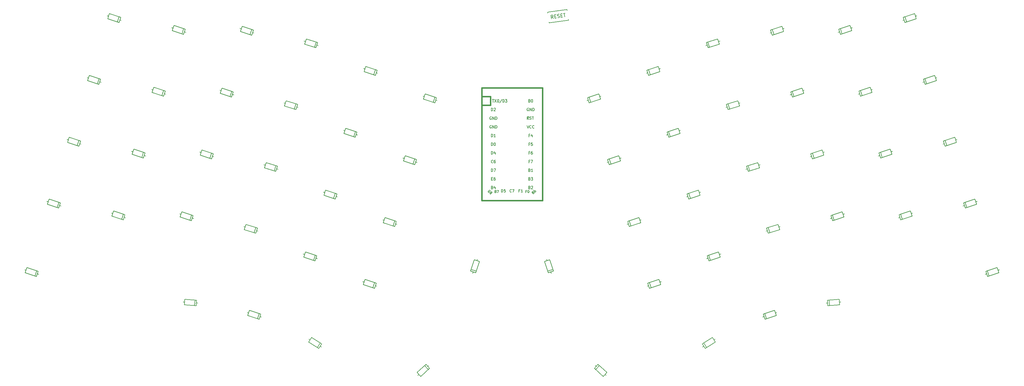
<source format=gto>
G04 #@! TF.GenerationSoftware,KiCad,Pcbnew,(6.0.2-0)*
G04 #@! TF.CreationDate,2022-02-19T09:02:28+00:00*
G04 #@! TF.ProjectId,atreyu-pcb2,61747265-7975-42d7-9063-62322e6b6963,rev?*
G04 #@! TF.SameCoordinates,Original*
G04 #@! TF.FileFunction,Legend,Top*
G04 #@! TF.FilePolarity,Positive*
%FSLAX46Y46*%
G04 Gerber Fmt 4.6, Leading zero omitted, Abs format (unit mm)*
G04 Created by KiCad (PCBNEW (6.0.2-0)) date 2022-02-19 09:02:28*
%MOMM*%
%LPD*%
G01*
G04 APERTURE LIST*
%ADD10C,0.150000*%
%ADD11C,0.200000*%
%ADD12C,0.381000*%
%ADD13R,1.752600X1.752600*%
%ADD14C,1.752600*%
%ADD15C,1.900000*%
%ADD16C,3.000000*%
%ADD17C,4.100000*%
%ADD18C,1.400000*%
%ADD19C,4.700000*%
%ADD20C,2.000000*%
G04 APERTURE END LIST*
D10*
X199071083Y-105203398D02*
X199071083Y-104403398D01*
X199261560Y-104403398D01*
X199375845Y-104441494D01*
X199452036Y-104517684D01*
X199490131Y-104593874D01*
X199528226Y-104746255D01*
X199528226Y-104860541D01*
X199490131Y-105012922D01*
X199452036Y-105089113D01*
X199375845Y-105165303D01*
X199261560Y-105203398D01*
X199071083Y-105203398D01*
X200213940Y-104670065D02*
X200213940Y-105203398D01*
X200023464Y-104365303D02*
X199832988Y-104936732D01*
X200328226Y-104936732D01*
X210259750Y-89544351D02*
X210374036Y-89582446D01*
X210412131Y-89620541D01*
X210450226Y-89696732D01*
X210450226Y-89811017D01*
X210412131Y-89887208D01*
X210374036Y-89925303D01*
X210297845Y-89963398D01*
X209993083Y-89963398D01*
X209993083Y-89163398D01*
X210259750Y-89163398D01*
X210335940Y-89201494D01*
X210374036Y-89239589D01*
X210412131Y-89315779D01*
X210412131Y-89391970D01*
X210374036Y-89468160D01*
X210335940Y-89506255D01*
X210259750Y-89544351D01*
X209993083Y-89544351D01*
X210945464Y-89163398D02*
X211021655Y-89163398D01*
X211097845Y-89201494D01*
X211135940Y-89239589D01*
X211174036Y-89315779D01*
X211212131Y-89468160D01*
X211212131Y-89658636D01*
X211174036Y-89811017D01*
X211135940Y-89887208D01*
X211097845Y-89925303D01*
X211021655Y-89963398D01*
X210945464Y-89963398D01*
X210869274Y-89925303D01*
X210831179Y-89887208D01*
X210793083Y-89811017D01*
X210754988Y-89658636D01*
X210754988Y-89468160D01*
X210793083Y-89315779D01*
X210831179Y-89239589D01*
X210869274Y-89201494D01*
X210945464Y-89163398D01*
X210259750Y-114944351D02*
X210374036Y-114982446D01*
X210412131Y-115020541D01*
X210450226Y-115096732D01*
X210450226Y-115211017D01*
X210412131Y-115287208D01*
X210374036Y-115325303D01*
X210297845Y-115363398D01*
X209993083Y-115363398D01*
X209993083Y-114563398D01*
X210259750Y-114563398D01*
X210335940Y-114601494D01*
X210374036Y-114639589D01*
X210412131Y-114715779D01*
X210412131Y-114791970D01*
X210374036Y-114868160D01*
X210335940Y-114906255D01*
X210259750Y-114944351D01*
X209993083Y-114944351D01*
X210754988Y-114639589D02*
X210793083Y-114601494D01*
X210869274Y-114563398D01*
X211059750Y-114563398D01*
X211135940Y-114601494D01*
X211174036Y-114639589D01*
X211212131Y-114715779D01*
X211212131Y-114791970D01*
X211174036Y-114906255D01*
X210716893Y-115363398D01*
X211212131Y-115363398D01*
X199109179Y-112404351D02*
X199375845Y-112404351D01*
X199490131Y-112823398D02*
X199109179Y-112823398D01*
X199109179Y-112023398D01*
X199490131Y-112023398D01*
X200175845Y-112023398D02*
X200023464Y-112023398D01*
X199947274Y-112061494D01*
X199909179Y-112099589D01*
X199832988Y-112213874D01*
X199794893Y-112366255D01*
X199794893Y-112671017D01*
X199832988Y-112747208D01*
X199871083Y-112785303D01*
X199947274Y-112823398D01*
X200099655Y-112823398D01*
X200175845Y-112785303D01*
X200213940Y-112747208D01*
X200252036Y-112671017D01*
X200252036Y-112480541D01*
X200213940Y-112404351D01*
X200175845Y-112366255D01*
X200099655Y-112328160D01*
X199947274Y-112328160D01*
X199871083Y-112366255D01*
X199832988Y-112404351D01*
X199794893Y-112480541D01*
X210316893Y-99704351D02*
X210050226Y-99704351D01*
X210050226Y-100123398D02*
X210050226Y-99323398D01*
X210431179Y-99323398D01*
X211078798Y-99590065D02*
X211078798Y-100123398D01*
X210888321Y-99285303D02*
X210697845Y-99856732D01*
X211193083Y-99856732D01*
X199071083Y-100123398D02*
X199071083Y-99323398D01*
X199261560Y-99323398D01*
X199375845Y-99361494D01*
X199452036Y-99437684D01*
X199490131Y-99513874D01*
X199528226Y-99666255D01*
X199528226Y-99780541D01*
X199490131Y-99932922D01*
X199452036Y-100009113D01*
X199375845Y-100085303D01*
X199261560Y-100123398D01*
X199071083Y-100123398D01*
X200290131Y-100123398D02*
X199832988Y-100123398D01*
X200061560Y-100123398D02*
X200061560Y-99323398D01*
X199985369Y-99437684D01*
X199909179Y-99513874D01*
X199832988Y-99551970D01*
X198887551Y-116507196D02*
X198840411Y-116412915D01*
X198840411Y-116365774D01*
X198863981Y-116295064D01*
X198934692Y-116224353D01*
X199005402Y-116200783D01*
X199052543Y-116200783D01*
X199123253Y-116224353D01*
X199311815Y-116412915D01*
X198816840Y-116907890D01*
X198651849Y-116742898D01*
X198628279Y-116672187D01*
X198628279Y-116625047D01*
X198651849Y-116554336D01*
X198698989Y-116507196D01*
X198769700Y-116483626D01*
X198816840Y-116483626D01*
X198887551Y-116507196D01*
X199052543Y-116672187D01*
X198086163Y-116177213D02*
X198321866Y-116412915D01*
X198581138Y-116200783D01*
X198533998Y-116200783D01*
X198463287Y-116177213D01*
X198345436Y-116059361D01*
X198321866Y-115988651D01*
X198321866Y-115941510D01*
X198345436Y-115870800D01*
X198463287Y-115752949D01*
X198533998Y-115729378D01*
X198581138Y-115729378D01*
X198651849Y-115752949D01*
X198769700Y-115870800D01*
X198793270Y-115941510D01*
X198793270Y-115988651D01*
X210316893Y-104784351D02*
X210050226Y-104784351D01*
X210050226Y-105203398D02*
X210050226Y-104403398D01*
X210431179Y-104403398D01*
X211078798Y-104403398D02*
X210926417Y-104403398D01*
X210850226Y-104441494D01*
X210812131Y-104479589D01*
X210735940Y-104593874D01*
X210697845Y-104746255D01*
X210697845Y-105051017D01*
X210735940Y-105127208D01*
X210774036Y-105165303D01*
X210850226Y-105203398D01*
X211002607Y-105203398D01*
X211078798Y-105165303D01*
X211116893Y-105127208D01*
X211154988Y-105051017D01*
X211154988Y-104860541D01*
X211116893Y-104784351D01*
X211078798Y-104746255D01*
X211002607Y-104708160D01*
X210850226Y-104708160D01*
X210774036Y-104746255D01*
X210735940Y-104784351D01*
X210697845Y-104860541D01*
X199071083Y-110283398D02*
X199071083Y-109483398D01*
X199261560Y-109483398D01*
X199375845Y-109521494D01*
X199452036Y-109597684D01*
X199490131Y-109673874D01*
X199528226Y-109826255D01*
X199528226Y-109940541D01*
X199490131Y-110092922D01*
X199452036Y-110169113D01*
X199375845Y-110245303D01*
X199261560Y-110283398D01*
X199071083Y-110283398D01*
X199794893Y-109483398D02*
X200328226Y-109483398D01*
X199985369Y-110283398D01*
X199052036Y-94281494D02*
X198975845Y-94243398D01*
X198861560Y-94243398D01*
X198747274Y-94281494D01*
X198671083Y-94357684D01*
X198632988Y-94433874D01*
X198594893Y-94586255D01*
X198594893Y-94700541D01*
X198632988Y-94852922D01*
X198671083Y-94929113D01*
X198747274Y-95005303D01*
X198861560Y-95043398D01*
X198937750Y-95043398D01*
X199052036Y-95005303D01*
X199090131Y-94967208D01*
X199090131Y-94700541D01*
X198937750Y-94700541D01*
X199432988Y-95043398D02*
X199432988Y-94243398D01*
X199890131Y-95043398D01*
X199890131Y-94243398D01*
X200271083Y-95043398D02*
X200271083Y-94243398D01*
X200461560Y-94243398D01*
X200575845Y-94281494D01*
X200652036Y-94357684D01*
X200690131Y-94433874D01*
X200728226Y-94586255D01*
X200728226Y-94700541D01*
X200690131Y-94852922D01*
X200652036Y-94929113D01*
X200575845Y-95005303D01*
X200461560Y-95043398D01*
X200271083Y-95043398D01*
X210322346Y-94975303D02*
X210436632Y-95013398D01*
X210627108Y-95013398D01*
X210703299Y-94975303D01*
X210741394Y-94937208D01*
X210779489Y-94861017D01*
X210779489Y-94784827D01*
X210741394Y-94708636D01*
X210703299Y-94670541D01*
X210627108Y-94632446D01*
X210474727Y-94594351D01*
X210398537Y-94556255D01*
X210360441Y-94518160D01*
X210322346Y-94441970D01*
X210322346Y-94365779D01*
X210360441Y-94289589D01*
X210398537Y-94251494D01*
X210474727Y-94213398D01*
X210665203Y-94213398D01*
X210779489Y-94251494D01*
X211008060Y-94213398D02*
X211465203Y-94213398D01*
X211236632Y-95013398D02*
X211236632Y-94213398D01*
X210316893Y-107324351D02*
X210050226Y-107324351D01*
X210050226Y-107743398D02*
X210050226Y-106943398D01*
X210431179Y-106943398D01*
X210659750Y-106943398D02*
X211193083Y-106943398D01*
X210850226Y-107743398D01*
X210316893Y-102244351D02*
X210050226Y-102244351D01*
X210050226Y-102663398D02*
X210050226Y-101863398D01*
X210431179Y-101863398D01*
X211116893Y-101863398D02*
X210735940Y-101863398D01*
X210697845Y-102244351D01*
X210735940Y-102206255D01*
X210812131Y-102168160D01*
X211002607Y-102168160D01*
X211078798Y-102206255D01*
X211116893Y-102244351D01*
X211154988Y-102320541D01*
X211154988Y-102511017D01*
X211116893Y-102587208D01*
X211078798Y-102625303D01*
X211002607Y-102663398D01*
X210812131Y-102663398D01*
X210735940Y-102625303D01*
X210697845Y-102587208D01*
X210259750Y-109864351D02*
X210374036Y-109902446D01*
X210412131Y-109940541D01*
X210450226Y-110016732D01*
X210450226Y-110131017D01*
X210412131Y-110207208D01*
X210374036Y-110245303D01*
X210297845Y-110283398D01*
X209993083Y-110283398D01*
X209993083Y-109483398D01*
X210259750Y-109483398D01*
X210335940Y-109521494D01*
X210374036Y-109559589D01*
X210412131Y-109635779D01*
X210412131Y-109711970D01*
X210374036Y-109788160D01*
X210335940Y-109826255D01*
X210259750Y-109864351D01*
X209993083Y-109864351D01*
X211212131Y-110283398D02*
X210754988Y-110283398D01*
X210983560Y-110283398D02*
X210983560Y-109483398D01*
X210907369Y-109597684D01*
X210831179Y-109673874D01*
X210754988Y-109711970D01*
X211286857Y-116436485D02*
X211381138Y-116389345D01*
X211428279Y-116389345D01*
X211498989Y-116412915D01*
X211569700Y-116483626D01*
X211593270Y-116554336D01*
X211593270Y-116601477D01*
X211569700Y-116672187D01*
X211381138Y-116860749D01*
X210886163Y-116365774D01*
X211051155Y-116200783D01*
X211121866Y-116177213D01*
X211169006Y-116177213D01*
X211239717Y-116200783D01*
X211286857Y-116247923D01*
X211310427Y-116318634D01*
X211310427Y-116365774D01*
X211286857Y-116436485D01*
X211121866Y-116601477D01*
X211593270Y-115658668D02*
X211498989Y-115752949D01*
X211475419Y-115823659D01*
X211475419Y-115870800D01*
X211498989Y-115988651D01*
X211569700Y-116106502D01*
X211758262Y-116295064D01*
X211828972Y-116318634D01*
X211876113Y-116318634D01*
X211946824Y-116295064D01*
X212041104Y-116200783D01*
X212064675Y-116130072D01*
X212064675Y-116082932D01*
X212041104Y-116012221D01*
X211923253Y-115894370D01*
X211852543Y-115870800D01*
X211805402Y-115870800D01*
X211734692Y-115894370D01*
X211640411Y-115988651D01*
X211616840Y-116059361D01*
X211616840Y-116106502D01*
X211640411Y-116177213D01*
X209974036Y-91741494D02*
X209897845Y-91703398D01*
X209783560Y-91703398D01*
X209669274Y-91741494D01*
X209593083Y-91817684D01*
X209554988Y-91893874D01*
X209516893Y-92046255D01*
X209516893Y-92160541D01*
X209554988Y-92312922D01*
X209593083Y-92389113D01*
X209669274Y-92465303D01*
X209783560Y-92503398D01*
X209859750Y-92503398D01*
X209974036Y-92465303D01*
X210012131Y-92427208D01*
X210012131Y-92160541D01*
X209859750Y-92160541D01*
X210354988Y-92503398D02*
X210354988Y-91703398D01*
X210812131Y-92503398D01*
X210812131Y-91703398D01*
X211193083Y-92503398D02*
X211193083Y-91703398D01*
X211383560Y-91703398D01*
X211497845Y-91741494D01*
X211574036Y-91817684D01*
X211612131Y-91893874D01*
X211650226Y-92046255D01*
X211650226Y-92160541D01*
X211612131Y-92312922D01*
X211574036Y-92389113D01*
X211497845Y-92465303D01*
X211383560Y-92503398D01*
X211193083Y-92503398D01*
X199071083Y-92503398D02*
X199071083Y-91703398D01*
X199261560Y-91703398D01*
X199375845Y-91741494D01*
X199452036Y-91817684D01*
X199490131Y-91893874D01*
X199528226Y-92046255D01*
X199528226Y-92160541D01*
X199490131Y-92312922D01*
X199452036Y-92389113D01*
X199375845Y-92465303D01*
X199261560Y-92503398D01*
X199071083Y-92503398D01*
X199832988Y-91779589D02*
X199871083Y-91741494D01*
X199947274Y-91703398D01*
X200137750Y-91703398D01*
X200213940Y-91741494D01*
X200252036Y-91779589D01*
X200290131Y-91855779D01*
X200290131Y-91931970D01*
X200252036Y-92046255D01*
X199794893Y-92503398D01*
X200290131Y-92503398D01*
X210259750Y-112404351D02*
X210374036Y-112442446D01*
X210412131Y-112480541D01*
X210450226Y-112556732D01*
X210450226Y-112671017D01*
X210412131Y-112747208D01*
X210374036Y-112785303D01*
X210297845Y-112823398D01*
X209993083Y-112823398D01*
X209993083Y-112023398D01*
X210259750Y-112023398D01*
X210335940Y-112061494D01*
X210374036Y-112099589D01*
X210412131Y-112175779D01*
X210412131Y-112251970D01*
X210374036Y-112328160D01*
X210335940Y-112366255D01*
X210259750Y-112404351D01*
X209993083Y-112404351D01*
X210716893Y-112023398D02*
X211212131Y-112023398D01*
X210945464Y-112328160D01*
X211059750Y-112328160D01*
X211135940Y-112366255D01*
X211174036Y-112404351D01*
X211212131Y-112480541D01*
X211212131Y-112671017D01*
X211174036Y-112747208D01*
X211135940Y-112785303D01*
X211059750Y-112823398D01*
X210831179Y-112823398D01*
X210754988Y-112785303D01*
X210716893Y-112747208D01*
X199337750Y-114944351D02*
X199452036Y-114982446D01*
X199490131Y-115020541D01*
X199528226Y-115096732D01*
X199528226Y-115211017D01*
X199490131Y-115287208D01*
X199452036Y-115325303D01*
X199375845Y-115363398D01*
X199071083Y-115363398D01*
X199071083Y-114563398D01*
X199337750Y-114563398D01*
X199413940Y-114601494D01*
X199452036Y-114639589D01*
X199490131Y-114715779D01*
X199490131Y-114791970D01*
X199452036Y-114868160D01*
X199413940Y-114906255D01*
X199337750Y-114944351D01*
X199071083Y-114944351D01*
X200213940Y-114830065D02*
X200213940Y-115363398D01*
X200023464Y-114525303D02*
X199832988Y-115096732D01*
X200328226Y-115096732D01*
X199052036Y-96821494D02*
X198975845Y-96783398D01*
X198861560Y-96783398D01*
X198747274Y-96821494D01*
X198671083Y-96897684D01*
X198632988Y-96973874D01*
X198594893Y-97126255D01*
X198594893Y-97240541D01*
X198632988Y-97392922D01*
X198671083Y-97469113D01*
X198747274Y-97545303D01*
X198861560Y-97583398D01*
X198937750Y-97583398D01*
X199052036Y-97545303D01*
X199090131Y-97507208D01*
X199090131Y-97240541D01*
X198937750Y-97240541D01*
X199432988Y-97583398D02*
X199432988Y-96783398D01*
X199890131Y-97583398D01*
X199890131Y-96783398D01*
X200271083Y-97583398D02*
X200271083Y-96783398D01*
X200461560Y-96783398D01*
X200575845Y-96821494D01*
X200652036Y-96897684D01*
X200690131Y-96973874D01*
X200728226Y-97126255D01*
X200728226Y-97240541D01*
X200690131Y-97392922D01*
X200652036Y-97469113D01*
X200575845Y-97545303D01*
X200461560Y-97583398D01*
X200271083Y-97583398D01*
X199071083Y-102663398D02*
X199071083Y-101863398D01*
X199261560Y-101863398D01*
X199375845Y-101901494D01*
X199452036Y-101977684D01*
X199490131Y-102053874D01*
X199528226Y-102206255D01*
X199528226Y-102320541D01*
X199490131Y-102472922D01*
X199452036Y-102549113D01*
X199375845Y-102625303D01*
X199261560Y-102663398D01*
X199071083Y-102663398D01*
X200023464Y-101863398D02*
X200099655Y-101863398D01*
X200175845Y-101901494D01*
X200213940Y-101939589D01*
X200252036Y-102015779D01*
X200290131Y-102168160D01*
X200290131Y-102358636D01*
X200252036Y-102511017D01*
X200213940Y-102587208D01*
X200175845Y-102625303D01*
X200099655Y-102663398D01*
X200023464Y-102663398D01*
X199947274Y-102625303D01*
X199909179Y-102587208D01*
X199871083Y-102511017D01*
X199832988Y-102358636D01*
X199832988Y-102168160D01*
X199871083Y-102015779D01*
X199909179Y-101939589D01*
X199947274Y-101901494D01*
X200023464Y-101863398D01*
X199360211Y-89163398D02*
X199817354Y-89163398D01*
X199588783Y-89963398D02*
X199588783Y-89163398D01*
X200007830Y-89163398D02*
X200541164Y-89963398D01*
X200541164Y-89163398D02*
X200007830Y-89963398D01*
X200998307Y-89163398D02*
X201074497Y-89163398D01*
X201150688Y-89201494D01*
X201188783Y-89239589D01*
X201226878Y-89315779D01*
X201264973Y-89468160D01*
X201264973Y-89658636D01*
X201226878Y-89811017D01*
X201188783Y-89887208D01*
X201150688Y-89925303D01*
X201074497Y-89963398D01*
X200998307Y-89963398D01*
X200922116Y-89925303D01*
X200884021Y-89887208D01*
X200845926Y-89811017D01*
X200807830Y-89658636D01*
X200807830Y-89468160D01*
X200845926Y-89315779D01*
X200884021Y-89239589D01*
X200922116Y-89201494D01*
X200998307Y-89163398D01*
X202179259Y-89125303D02*
X201493545Y-90153874D01*
X202445926Y-89963398D02*
X202445926Y-89163398D01*
X202636402Y-89163398D01*
X202750688Y-89201494D01*
X202826878Y-89277684D01*
X202864973Y-89353874D01*
X202903068Y-89506255D01*
X202903068Y-89620541D01*
X202864973Y-89772922D01*
X202826878Y-89849113D01*
X202750688Y-89925303D01*
X202636402Y-89963398D01*
X202445926Y-89963398D01*
X203169735Y-89163398D02*
X203664973Y-89163398D01*
X203398307Y-89468160D01*
X203512592Y-89468160D01*
X203588783Y-89506255D01*
X203626878Y-89544351D01*
X203664973Y-89620541D01*
X203664973Y-89811017D01*
X203626878Y-89887208D01*
X203588783Y-89925303D01*
X203512592Y-89963398D01*
X203284021Y-89963398D01*
X203207830Y-89925303D01*
X203169735Y-89887208D01*
X200339226Y-116121494D02*
X200439226Y-116154827D01*
X200472560Y-116188160D01*
X200505893Y-116254827D01*
X200505893Y-116354827D01*
X200472560Y-116421494D01*
X200439226Y-116454827D01*
X200372560Y-116488160D01*
X200105893Y-116488160D01*
X200105893Y-115788160D01*
X200339226Y-115788160D01*
X200405893Y-115821494D01*
X200439226Y-115854827D01*
X200472560Y-115921494D01*
X200472560Y-115988160D01*
X200439226Y-116054827D01*
X200405893Y-116088160D01*
X200339226Y-116121494D01*
X200105893Y-116121494D01*
X200739226Y-115788160D02*
X201205893Y-115788160D01*
X200905893Y-116488160D01*
X204989226Y-116257208D02*
X204951131Y-116295303D01*
X204836845Y-116333398D01*
X204760655Y-116333398D01*
X204646369Y-116295303D01*
X204570179Y-116219113D01*
X204532083Y-116142922D01*
X204493988Y-115990541D01*
X204493988Y-115876255D01*
X204532083Y-115723874D01*
X204570179Y-115647684D01*
X204646369Y-115571494D01*
X204760655Y-115533398D01*
X204836845Y-115533398D01*
X204951131Y-115571494D01*
X204989226Y-115609589D01*
X205255893Y-115533398D02*
X205789226Y-115533398D01*
X205446369Y-116333398D01*
X207395893Y-115914351D02*
X207129226Y-115914351D01*
X207129226Y-116333398D02*
X207129226Y-115533398D01*
X207510179Y-115533398D01*
X208233988Y-116333398D02*
X207776845Y-116333398D01*
X208005417Y-116333398D02*
X208005417Y-115533398D01*
X207929226Y-115647684D01*
X207853036Y-115723874D01*
X207776845Y-115761970D01*
X209516893Y-96783398D02*
X209783560Y-97583398D01*
X210050226Y-96783398D01*
X210774036Y-97507208D02*
X210735940Y-97545303D01*
X210621655Y-97583398D01*
X210545464Y-97583398D01*
X210431179Y-97545303D01*
X210354988Y-97469113D01*
X210316893Y-97392922D01*
X210278798Y-97240541D01*
X210278798Y-97126255D01*
X210316893Y-96973874D01*
X210354988Y-96897684D01*
X210431179Y-96821494D01*
X210545464Y-96783398D01*
X210621655Y-96783398D01*
X210735940Y-96821494D01*
X210774036Y-96859589D01*
X211574036Y-97507208D02*
X211535940Y-97545303D01*
X211421655Y-97583398D01*
X211345464Y-97583398D01*
X211231179Y-97545303D01*
X211154988Y-97469113D01*
X211116893Y-97392922D01*
X211078798Y-97240541D01*
X211078798Y-97126255D01*
X211116893Y-96973874D01*
X211154988Y-96897684D01*
X211231179Y-96821494D01*
X211345464Y-96783398D01*
X211421655Y-96783398D01*
X211535940Y-96821494D01*
X211574036Y-96859589D01*
X201992083Y-116333398D02*
X201992083Y-115533398D01*
X202182560Y-115533398D01*
X202296845Y-115571494D01*
X202373036Y-115647684D01*
X202411131Y-115723874D01*
X202449226Y-115876255D01*
X202449226Y-115990541D01*
X202411131Y-116142922D01*
X202373036Y-116219113D01*
X202296845Y-116295303D01*
X202182560Y-116333398D01*
X201992083Y-116333398D01*
X203173036Y-115533398D02*
X202792083Y-115533398D01*
X202753988Y-115914351D01*
X202792083Y-115876255D01*
X202868274Y-115838160D01*
X203058750Y-115838160D01*
X203134940Y-115876255D01*
X203173036Y-115914351D01*
X203211131Y-115990541D01*
X203211131Y-116181017D01*
X203173036Y-116257208D01*
X203134940Y-116295303D01*
X203058750Y-116333398D01*
X202868274Y-116333398D01*
X202792083Y-116295303D01*
X202753988Y-116257208D01*
X209389226Y-116121494D02*
X209155893Y-116121494D01*
X209155893Y-116488160D02*
X209155893Y-115788160D01*
X209489226Y-115788160D01*
X209889226Y-115788160D02*
X209955893Y-115788160D01*
X210022560Y-115821494D01*
X210055893Y-115854827D01*
X210089226Y-115921494D01*
X210122560Y-116054827D01*
X210122560Y-116221494D01*
X210089226Y-116354827D01*
X210055893Y-116421494D01*
X210022560Y-116454827D01*
X209955893Y-116488160D01*
X209889226Y-116488160D01*
X209822560Y-116454827D01*
X209789226Y-116421494D01*
X209755893Y-116354827D01*
X209722560Y-116221494D01*
X209722560Y-116054827D01*
X209755893Y-115921494D01*
X209789226Y-115854827D01*
X209822560Y-115821494D01*
X209889226Y-115788160D01*
X199528226Y-107667208D02*
X199490131Y-107705303D01*
X199375845Y-107743398D01*
X199299655Y-107743398D01*
X199185369Y-107705303D01*
X199109179Y-107629113D01*
X199071083Y-107552922D01*
X199032988Y-107400541D01*
X199032988Y-107286255D01*
X199071083Y-107133874D01*
X199109179Y-107057684D01*
X199185369Y-106981494D01*
X199299655Y-106943398D01*
X199375845Y-106943398D01*
X199490131Y-106981494D01*
X199528226Y-107019589D01*
X200213940Y-106943398D02*
X200061560Y-106943398D01*
X199985369Y-106981494D01*
X199947274Y-107019589D01*
X199871083Y-107133874D01*
X199832988Y-107286255D01*
X199832988Y-107591017D01*
X199871083Y-107667208D01*
X199909179Y-107705303D01*
X199985369Y-107743398D01*
X200137750Y-107743398D01*
X200213940Y-107705303D01*
X200252036Y-107667208D01*
X200290131Y-107591017D01*
X200290131Y-107400541D01*
X200252036Y-107324351D01*
X200213940Y-107286255D01*
X200137750Y-107248160D01*
X199985369Y-107248160D01*
X199909179Y-107286255D01*
X199871083Y-107324351D01*
X199832988Y-107400541D01*
X217247361Y-65412305D02*
X216850999Y-64987140D01*
X216681494Y-65491833D02*
X216542321Y-64501565D01*
X216919566Y-64448546D01*
X217020504Y-64482447D01*
X217074287Y-64522976D01*
X217134697Y-64610660D01*
X217154579Y-64752127D01*
X217120678Y-64853065D01*
X217080150Y-64906848D01*
X216992466Y-64967258D01*
X216615221Y-65020277D01*
X217598862Y-64833948D02*
X217928951Y-64787557D01*
X218143318Y-65286387D02*
X217671762Y-65352660D01*
X217532589Y-64362392D01*
X218004145Y-64296119D01*
X218513936Y-65186213D02*
X218662030Y-65213487D01*
X218897808Y-65180350D01*
X218985492Y-65119940D01*
X219026020Y-65066157D01*
X219059921Y-64965218D01*
X219046667Y-64870907D01*
X218986257Y-64783223D01*
X218932474Y-64742695D01*
X218831535Y-64708794D01*
X218636285Y-64688147D01*
X218535347Y-64654246D01*
X218481564Y-64613718D01*
X218421154Y-64526034D01*
X218407899Y-64431723D01*
X218441800Y-64330784D01*
X218482329Y-64277001D01*
X218570012Y-64216591D01*
X218805791Y-64183455D01*
X218953885Y-64210728D01*
X219437931Y-64575483D02*
X219768020Y-64529092D01*
X219982387Y-65027922D02*
X219510831Y-65094195D01*
X219371658Y-64103927D01*
X219843214Y-64037654D01*
X220126148Y-63997891D02*
X220692015Y-63918363D01*
X220548255Y-64948395D02*
X220409082Y-63958127D01*
D11*
X282288308Y-151728276D02*
X282668731Y-151604669D01*
X279206824Y-153570680D02*
X278712397Y-152048990D01*
X278959610Y-152809835D02*
X278579188Y-152933442D01*
X282535522Y-152489121D02*
X279206824Y-153570680D01*
X278712397Y-152048990D02*
X282041094Y-150967431D01*
X282041094Y-150967431D02*
X282535522Y-152489121D01*
X279187925Y-151894481D02*
X279682352Y-153416172D01*
X183019193Y-88629197D02*
X182524766Y-90150887D01*
X179690496Y-87547638D02*
X183019193Y-88629197D01*
X182524766Y-90150887D02*
X179196068Y-89069328D01*
X182049238Y-89996379D02*
X182543665Y-88474688D01*
X179196068Y-89069328D02*
X179690496Y-87547638D01*
X182771980Y-89390042D02*
X183152402Y-89513649D01*
X179443282Y-88308483D02*
X179062859Y-88184876D01*
X248213239Y-80248166D02*
X248593662Y-80124559D01*
X245131755Y-82090570D02*
X244637328Y-80568880D01*
X245112856Y-80414371D02*
X245607283Y-81936062D01*
X244884541Y-81329725D02*
X244504119Y-81453332D01*
X244637328Y-80568880D02*
X247966025Y-79487321D01*
X247966025Y-79487321D02*
X248460453Y-81009011D01*
X248460453Y-81009011D02*
X245131755Y-82090570D01*
X148077182Y-161876552D02*
X148925053Y-160519675D01*
X146380909Y-158929917D02*
X149349077Y-160784635D01*
X145956973Y-159608356D02*
X145617754Y-159396388D01*
X145533038Y-160286794D02*
X146380909Y-158929917D01*
X148501206Y-162141512D02*
X145533038Y-160286794D01*
X149349077Y-160784635D02*
X148501206Y-162141512D01*
X148925142Y-161463073D02*
X149264361Y-161675041D01*
D12*
X196232560Y-118811494D02*
X214012560Y-118811494D01*
X214012560Y-88331494D02*
X214012560Y-85791494D01*
X196232560Y-85791494D02*
X196232560Y-88331494D01*
X198772560Y-90871494D02*
X196232560Y-90871494D01*
X198772560Y-88331494D02*
X196232560Y-88331494D01*
X214012560Y-85791494D02*
X196232560Y-85791494D01*
X214012560Y-118811494D02*
X214012560Y-88331494D01*
X198772560Y-88331494D02*
X198772560Y-90871494D01*
X196232560Y-88331494D02*
X196232560Y-118811494D01*
D10*
X210054128Y-94210854D02*
X210054128Y-94310854D01*
X210054128Y-94310854D02*
X209554128Y-94310854D01*
X209554128Y-94310854D02*
X209554128Y-94210854D01*
X209554128Y-94210854D02*
X210054128Y-94210854D01*
G36*
X210054128Y-94310854D02*
G01*
X209554128Y-94310854D01*
X209554128Y-94210854D01*
X210054128Y-94210854D01*
X210054128Y-94310854D01*
G37*
X210054128Y-94310854D02*
X209554128Y-94310854D01*
X209554128Y-94210854D01*
X210054128Y-94210854D01*
X210054128Y-94310854D01*
X210054128Y-94210854D02*
X210054128Y-94510854D01*
X210054128Y-94510854D02*
X209954128Y-94510854D01*
X209954128Y-94510854D02*
X209954128Y-94210854D01*
X209954128Y-94210854D02*
X210054128Y-94210854D01*
G36*
X210054128Y-94510854D02*
G01*
X209954128Y-94510854D01*
X209954128Y-94210854D01*
X210054128Y-94210854D01*
X210054128Y-94510854D01*
G37*
X210054128Y-94510854D02*
X209954128Y-94510854D01*
X209954128Y-94210854D01*
X210054128Y-94210854D01*
X210054128Y-94510854D01*
X209654128Y-94210854D02*
X209654128Y-95010854D01*
X209654128Y-95010854D02*
X209554128Y-95010854D01*
X209554128Y-95010854D02*
X209554128Y-94210854D01*
X209554128Y-94210854D02*
X209654128Y-94210854D01*
G36*
X209654128Y-95010854D02*
G01*
X209554128Y-95010854D01*
X209554128Y-94210854D01*
X209654128Y-94210854D01*
X209654128Y-95010854D01*
G37*
X209654128Y-95010854D02*
X209554128Y-95010854D01*
X209554128Y-94210854D01*
X209654128Y-94210854D01*
X209654128Y-95010854D01*
X209854128Y-94610854D02*
X209854128Y-94710854D01*
X209854128Y-94710854D02*
X209754128Y-94710854D01*
X209754128Y-94710854D02*
X209754128Y-94610854D01*
X209754128Y-94610854D02*
X209854128Y-94610854D01*
G36*
X209854128Y-94710854D02*
G01*
X209754128Y-94710854D01*
X209754128Y-94610854D01*
X209854128Y-94610854D01*
X209854128Y-94710854D01*
G37*
X209854128Y-94710854D02*
X209754128Y-94710854D01*
X209754128Y-94610854D01*
X209854128Y-94610854D01*
X209854128Y-94710854D01*
X210054128Y-94810854D02*
X210054128Y-95010854D01*
X210054128Y-95010854D02*
X209954128Y-95010854D01*
X209954128Y-95010854D02*
X209954128Y-94810854D01*
X209954128Y-94810854D02*
X210054128Y-94810854D01*
G36*
X210054128Y-95010854D02*
G01*
X209954128Y-95010854D01*
X209954128Y-94810854D01*
X210054128Y-94810854D01*
X210054128Y-95010854D01*
G37*
X210054128Y-95010854D02*
X209954128Y-95010854D01*
X209954128Y-94810854D01*
X210054128Y-94810854D01*
X210054128Y-95010854D01*
D11*
X230714323Y-167145153D02*
X229643714Y-168334185D01*
X229807446Y-167405104D02*
X229510188Y-167137452D01*
X232408453Y-169747061D02*
X232705711Y-170014713D01*
X230342750Y-166810588D02*
X232943757Y-169152545D01*
X229272141Y-167999620D02*
X230342750Y-166810588D01*
X231873148Y-170341577D02*
X229272141Y-167999620D01*
X232943757Y-169152545D02*
X231873148Y-170341577D01*
X131038295Y-153570678D02*
X127709597Y-152489119D01*
X127709597Y-152489119D02*
X128204025Y-150967429D01*
X127956811Y-151728274D02*
X127576388Y-151604667D01*
X131532722Y-152048988D02*
X131038295Y-153570678D01*
X128204025Y-150967429D02*
X131532722Y-152048988D01*
X131285509Y-152809833D02*
X131665931Y-152933440D01*
X130562767Y-153416170D02*
X131057194Y-151894479D01*
X108915966Y-70107104D02*
X105587268Y-69025545D01*
X105587268Y-69025545D02*
X106081696Y-67503855D01*
X109410393Y-68585414D02*
X108915966Y-70107104D01*
X105834482Y-68264700D02*
X105454059Y-68141093D01*
X108440438Y-69952596D02*
X108934865Y-68430905D01*
X109163180Y-69346259D02*
X109543602Y-69469866D01*
X106081696Y-67503855D02*
X109410393Y-68585414D01*
X231049238Y-89069898D02*
X227720540Y-90151457D01*
X227701641Y-88475258D02*
X228196068Y-89996949D01*
X227720540Y-90151457D02*
X227226113Y-88629767D01*
X227473326Y-89390612D02*
X227092904Y-89514219D01*
X227226113Y-88629767D02*
X230554810Y-87548208D01*
X230554810Y-87548208D02*
X231049238Y-89069898D01*
X230802024Y-88309053D02*
X231182447Y-88185446D01*
X262773174Y-134767251D02*
X263267601Y-136288942D01*
X262544859Y-135682605D02*
X262164437Y-135806212D01*
X265626343Y-133840201D02*
X266120771Y-135361891D01*
X262297646Y-134921760D02*
X265626343Y-133840201D01*
X262792073Y-136443450D02*
X262297646Y-134921760D01*
X265873557Y-134601046D02*
X266253980Y-134477439D01*
X266120771Y-135361891D02*
X262792073Y-136443450D01*
X248215129Y-141901089D02*
X248709557Y-143422779D01*
X244886432Y-142982648D02*
X248215129Y-141901089D01*
X245361960Y-142828139D02*
X245856387Y-144349830D01*
X248462343Y-142661934D02*
X248842766Y-142538327D01*
X248709557Y-143422779D02*
X245380859Y-144504338D01*
X245133645Y-143743493D02*
X244753223Y-143867100D01*
X245380859Y-144504338D02*
X244886432Y-142982648D01*
X318971462Y-122784127D02*
X319465889Y-124305818D01*
X318990361Y-124460326D02*
X318495934Y-122938636D01*
X318743147Y-123699481D02*
X318362725Y-123823088D01*
X322071845Y-122617922D02*
X322452268Y-122494315D01*
X322319059Y-123378767D02*
X318990361Y-124460326D01*
X321824631Y-121857077D02*
X322319059Y-123378767D01*
X318495934Y-122938636D02*
X321824631Y-121857077D01*
X138733894Y-90304903D02*
X138353471Y-90181296D01*
X142062592Y-91386462D02*
X142443014Y-91510069D01*
X142309805Y-90625617D02*
X141815378Y-92147307D01*
X141339850Y-91992799D02*
X141834277Y-90471108D01*
X138981108Y-89544058D02*
X142309805Y-90625617D01*
X141815378Y-92147307D02*
X138486680Y-91065748D01*
X138486680Y-91065748D02*
X138981108Y-89544058D01*
X117351782Y-105791431D02*
X117732204Y-105915038D01*
X113775870Y-105470717D02*
X114270298Y-103949027D01*
X116629040Y-106397768D02*
X117123467Y-104876077D01*
X117104568Y-106552276D02*
X113775870Y-105470717D01*
X114023084Y-104709872D02*
X113642661Y-104586265D01*
X117598995Y-105030586D02*
X117104568Y-106552276D01*
X114270298Y-103949027D02*
X117598995Y-105030586D01*
X84126662Y-84753640D02*
X80797964Y-83672081D01*
X81292392Y-82150391D02*
X84621089Y-83231950D01*
X81045178Y-82911236D02*
X80664755Y-82787629D01*
X84621089Y-83231950D02*
X84126662Y-84753640D01*
X80797964Y-83672081D02*
X81292392Y-82150391D01*
X84373876Y-83992795D02*
X84754298Y-84116402D01*
X83651134Y-84599132D02*
X84145561Y-83077441D01*
X238999657Y-124865021D02*
X242328354Y-123783462D01*
X242575568Y-124544307D02*
X242955991Y-124420700D01*
X242328354Y-123783462D02*
X242822782Y-125305152D01*
X239494084Y-126386711D02*
X238999657Y-124865021D01*
X239246870Y-125625866D02*
X238866448Y-125749473D01*
X239475185Y-124710512D02*
X239969612Y-126232203D01*
X242822782Y-125305152D02*
X239494084Y-126386711D01*
X331510991Y-101350147D02*
X334839688Y-100268588D01*
X332005418Y-102871837D02*
X331510991Y-101350147D01*
X335086902Y-101029433D02*
X335467325Y-100905826D01*
X335334116Y-101790278D02*
X332005418Y-102871837D01*
X334839688Y-100268588D02*
X335334116Y-101790278D01*
X331986519Y-101195638D02*
X332480946Y-102717329D01*
X331758204Y-102110992D02*
X331377782Y-102234599D01*
X146977518Y-136288938D02*
X147471945Y-134767247D01*
X144618776Y-133840197D02*
X147947473Y-134921756D01*
X144124348Y-135361887D02*
X144618776Y-133840197D01*
X144371562Y-134601042D02*
X143991139Y-134477435D01*
X147947473Y-134921756D02*
X147453046Y-136443446D01*
X147700260Y-135682601D02*
X148080682Y-135806208D01*
X147453046Y-136443446D02*
X144124348Y-135361887D01*
X129566302Y-128228052D02*
X130060729Y-126706361D01*
X130289044Y-127621715D02*
X130669466Y-127745322D01*
X130536257Y-126860870D02*
X130041830Y-128382560D01*
X127207560Y-125779311D02*
X130536257Y-126860870D01*
X126960346Y-126540156D02*
X126579923Y-126416549D01*
X130041830Y-128382560D02*
X126713132Y-127301001D01*
X126713132Y-127301001D02*
X127207560Y-125779311D01*
X254100008Y-98365791D02*
X254480431Y-98242184D01*
X250771310Y-99447350D02*
X250390888Y-99570957D01*
X251018524Y-100208195D02*
X250524097Y-98686505D01*
X250999625Y-98531996D02*
X251494052Y-100053687D01*
X250524097Y-98686505D02*
X253852794Y-97604946D01*
X253852794Y-97604946D02*
X254347222Y-99126636D01*
X254347222Y-99126636D02*
X251018524Y-100208195D01*
D10*
X215577708Y-63574409D02*
X215612501Y-63821976D01*
X216023062Y-66743267D02*
X215988269Y-66495700D01*
X215577708Y-63574409D02*
X221222236Y-62781123D01*
X221667590Y-65949981D02*
X221632797Y-65702414D01*
X221222236Y-62781123D02*
X221257029Y-63028690D01*
X216023062Y-66743267D02*
X221667590Y-65949981D01*
D11*
X297507480Y-147998131D02*
X300998955Y-147753983D01*
X301054760Y-148552034D02*
X301453785Y-148524132D01*
X297619091Y-149594233D02*
X297507480Y-147998131D01*
X301110565Y-149350086D02*
X297619091Y-149594233D01*
X297563286Y-148796182D02*
X297164260Y-148824085D01*
X298006263Y-147963252D02*
X298117873Y-149559355D01*
X300998955Y-147753983D02*
X301110565Y-149350086D01*
X147949368Y-73268835D02*
X148329790Y-73392442D01*
X147702154Y-74029680D02*
X144373456Y-72948121D01*
X144373456Y-72948121D02*
X144867884Y-71426431D01*
X144620670Y-72187276D02*
X144240247Y-72063669D01*
X144867884Y-71426431D02*
X148196581Y-72507990D01*
X147226626Y-73875172D02*
X147721053Y-72353481D01*
X148196581Y-72507990D02*
X147702154Y-74029680D01*
X214632386Y-136617111D02*
X216154076Y-136122683D01*
X216474790Y-139698595D02*
X216598397Y-140079017D01*
X216154076Y-136122683D02*
X217235635Y-139451381D01*
X217235635Y-139451381D02*
X215713945Y-139945808D01*
X215559436Y-139470280D02*
X217081127Y-138975853D01*
X215393231Y-136369897D02*
X215269624Y-135989474D01*
X215713945Y-139945808D02*
X214632386Y-136617111D01*
X326118644Y-84754209D02*
X325624217Y-83232519D01*
X325624217Y-83232519D02*
X328952914Y-82150960D01*
X329447342Y-83672650D02*
X326118644Y-84754209D01*
X329200128Y-82911805D02*
X329580551Y-82788198D01*
X325871430Y-83993364D02*
X325491008Y-84116971D01*
X326099745Y-83078010D02*
X326594172Y-84599701D01*
X328952914Y-82150960D02*
X329447342Y-83672650D01*
X88421376Y-121856735D02*
X91750073Y-122938294D01*
X90780118Y-124305476D02*
X91274545Y-122783785D01*
X91255646Y-124459984D02*
X87926948Y-123378425D01*
X87926948Y-123378425D02*
X88421376Y-121856735D01*
X88174162Y-122617580D02*
X87793739Y-122493973D01*
X91750073Y-122938294D02*
X91255646Y-124459984D01*
X91502860Y-123699139D02*
X91883282Y-123822746D01*
X293140554Y-106552274D02*
X292646127Y-105030584D01*
X296222038Y-104709870D02*
X296602461Y-104586263D01*
X293121655Y-104876075D02*
X293616082Y-106397766D01*
X292646127Y-105030584D02*
X295974824Y-103949025D01*
X296469252Y-105470715D02*
X293140554Y-106552274D01*
X295974824Y-103949025D02*
X296469252Y-105470715D01*
X292893340Y-105791429D02*
X292512918Y-105915036D01*
X178372672Y-170341807D02*
X177302063Y-169152775D01*
X177837367Y-169747291D02*
X177540109Y-170014943D01*
X180602106Y-168334415D02*
X179531497Y-167145383D01*
X180973679Y-167999850D02*
X178372672Y-170341807D01*
X179903070Y-166810818D02*
X180973679Y-167999850D01*
X180438374Y-167405334D02*
X180735632Y-167137682D01*
X177302063Y-169152775D02*
X179903070Y-166810818D01*
X161784668Y-81009010D02*
X162279096Y-79487320D01*
X162279096Y-79487320D02*
X165607793Y-80568879D01*
X165607793Y-80568879D02*
X165113366Y-82090569D01*
X164637838Y-81936061D02*
X165132265Y-80414370D01*
X165360580Y-81329724D02*
X165741002Y-81453331D01*
X165113366Y-82090569D02*
X161784668Y-81009010D01*
X162031882Y-80248165D02*
X161651459Y-80124558D01*
X108383523Y-122066651D02*
X111712220Y-123148210D01*
X111465007Y-123909055D02*
X111845429Y-124032662D01*
X108136309Y-122827496D02*
X107755886Y-122703889D01*
X110742265Y-124515392D02*
X111236692Y-122993701D01*
X107889095Y-123588341D02*
X108383523Y-122066651D01*
X111217793Y-124669900D02*
X107889095Y-123588341D01*
X111712220Y-123148210D02*
X111217793Y-124669900D01*
X75158403Y-101028863D02*
X74777980Y-100905256D01*
X75405617Y-100268018D02*
X78734314Y-101349577D01*
X74911189Y-101789708D02*
X75405617Y-100268018D01*
X77764359Y-102716759D02*
X78258786Y-101195068D01*
X78734314Y-101349577D02*
X78239887Y-102871267D01*
X78487101Y-102110422D02*
X78867523Y-102234029D01*
X78239887Y-102871267D02*
X74911189Y-101789708D01*
X300834913Y-68585982D02*
X304163610Y-67504423D01*
X301082126Y-69346827D02*
X300701704Y-69470434D01*
X301310441Y-68431473D02*
X301804868Y-69953164D01*
X304658038Y-69026113D02*
X301329340Y-70107672D01*
X304410824Y-68265268D02*
X304791247Y-68141661D01*
X301329340Y-70107672D02*
X300834913Y-68585982D01*
X304163610Y-67504423D02*
X304658038Y-69026113D01*
X176885020Y-107508240D02*
X177265442Y-107631847D01*
X177132233Y-106747395D02*
X176637806Y-108269085D01*
X173309108Y-107187526D02*
X173803536Y-105665836D01*
X176637806Y-108269085D02*
X173309108Y-107187526D01*
X176162278Y-108114577D02*
X176656705Y-106592886D01*
X173803536Y-105665836D02*
X177132233Y-106747395D01*
X173556322Y-106426681D02*
X173175899Y-106303074D01*
X340973675Y-119147059D02*
X341354098Y-119023452D01*
X341220889Y-119907904D02*
X337892191Y-120989463D01*
X337397764Y-119467773D02*
X340726461Y-118386214D01*
X337644977Y-120228618D02*
X337264555Y-120352225D01*
X337873292Y-119313264D02*
X338367719Y-120834955D01*
X340726461Y-118386214D02*
X341220889Y-119907904D01*
X337892191Y-120989463D02*
X337397764Y-119467773D01*
X86931951Y-64793610D02*
X86551528Y-64670003D01*
X89537907Y-66481506D02*
X90032334Y-64959815D01*
X90260649Y-65875169D02*
X90641071Y-65998776D01*
X90013435Y-66636014D02*
X86684737Y-65554455D01*
X86684737Y-65554455D02*
X87179165Y-64032765D01*
X87179165Y-64032765D02*
X90507862Y-65114324D01*
X90507862Y-65114324D02*
X90013435Y-66636014D01*
X320212971Y-64960384D02*
X320707398Y-66482075D01*
X320231870Y-66636583D02*
X319737443Y-65114893D01*
X319737443Y-65114893D02*
X323066140Y-64033334D01*
X323066140Y-64033334D02*
X323560568Y-65555024D01*
X323560568Y-65555024D02*
X320231870Y-66636583D01*
X319984656Y-65875738D02*
X319604234Y-65999345D01*
X323313354Y-64794179D02*
X323693777Y-64670572D01*
X153834246Y-116804131D02*
X153339819Y-118325821D01*
X150258335Y-116483417D02*
X149877912Y-116359810D01*
X153587033Y-117564976D02*
X153967455Y-117688583D01*
X153339819Y-118325821D02*
X150011121Y-117244262D01*
X150505549Y-115722572D02*
X153834246Y-116804131D01*
X152864291Y-118171313D02*
X153358718Y-116649622D01*
X150011121Y-117244262D02*
X150505549Y-115722572D01*
X164388730Y-144349829D02*
X164883157Y-142828138D01*
X161782774Y-142661933D02*
X161402351Y-142538326D01*
X165358685Y-142982647D02*
X164864258Y-144504337D01*
X162029988Y-141901088D02*
X165358685Y-142982647D01*
X165111472Y-143743492D02*
X165491894Y-143867099D01*
X161535560Y-143422778D02*
X162029988Y-141901088D01*
X164864258Y-144504337D02*
X161535560Y-143422778D01*
X171245461Y-124865021D02*
X170751034Y-126386711D01*
X167916764Y-123783462D02*
X171245461Y-124865021D01*
X170751034Y-126386711D02*
X167422336Y-125305152D01*
X170275506Y-126232203D02*
X170769933Y-124710512D01*
X167669550Y-124544307D02*
X167289127Y-124420700D01*
X170998248Y-125625866D02*
X171378670Y-125749473D01*
X167422336Y-125305152D02*
X167916764Y-123783462D01*
X193163991Y-138975854D02*
X194685682Y-139470281D01*
X193770328Y-139698596D02*
X193646721Y-140079018D01*
X194531173Y-139945809D02*
X193009483Y-139451382D01*
X194091042Y-136122684D02*
X195612732Y-136617112D01*
X195612732Y-136617112D02*
X194531173Y-139945809D01*
X193009483Y-139451382D02*
X194091042Y-136122684D01*
X194851887Y-136369898D02*
X194975494Y-135989475D01*
X347241157Y-138436388D02*
X347735585Y-139958078D01*
X344387988Y-139363438D02*
X344882415Y-140885129D01*
X347488371Y-139197233D02*
X347868794Y-139073626D01*
X344406887Y-141039637D02*
X343912460Y-139517947D01*
X343912460Y-139517947D02*
X347241157Y-138436388D01*
X347735585Y-139958078D02*
X344406887Y-141039637D01*
X344159673Y-140278792D02*
X343779251Y-140402399D01*
X280203290Y-128382560D02*
X279708863Y-126860870D01*
X283284774Y-126540156D02*
X283665197Y-126416549D01*
X279708863Y-126860870D02*
X283037560Y-125779311D01*
X283531988Y-127301001D02*
X280203290Y-128382560D01*
X280184391Y-126706361D02*
X280678818Y-128228052D01*
X283037560Y-125779311D02*
X283531988Y-127301001D01*
X279956076Y-127621715D02*
X279575654Y-127745322D01*
X65838418Y-141039067D02*
X62509720Y-139957508D01*
X63004148Y-138435818D02*
X66332845Y-139517377D01*
X66085632Y-140278222D02*
X66466054Y-140401829D01*
X66332845Y-139517377D02*
X65838418Y-141039067D01*
X62509720Y-139957508D02*
X63004148Y-138435818D01*
X65362890Y-140884559D02*
X65857317Y-139362868D01*
X62756934Y-139196663D02*
X62376511Y-139073056D01*
X128878114Y-70317021D02*
X125549416Y-69235462D01*
X128402586Y-70162513D02*
X128897013Y-68640822D01*
X129125328Y-69556176D02*
X129505750Y-69679783D01*
X129372541Y-68795331D02*
X128878114Y-70317021D01*
X126043844Y-67713772D02*
X129372541Y-68795331D01*
X125549416Y-69235462D02*
X126043844Y-67713772D01*
X125796630Y-68474617D02*
X125416207Y-68351010D01*
X123485767Y-86912957D02*
X122991340Y-88434647D01*
X119909856Y-86592243D02*
X119529433Y-86468636D01*
X119662642Y-87353088D02*
X120157070Y-85831398D01*
X123238554Y-87673802D02*
X123618976Y-87797409D01*
X122515812Y-88280139D02*
X123010239Y-86758448D01*
X120157070Y-85831398D02*
X123485767Y-86912957D01*
X122991340Y-88434647D02*
X119662642Y-87353088D01*
X97389631Y-105581512D02*
X97770053Y-105705119D01*
X97636844Y-104820667D02*
X97142417Y-106342357D01*
X97142417Y-106342357D02*
X93813719Y-105260798D01*
X93813719Y-105260798D02*
X94308147Y-103739108D01*
X96666889Y-106187849D02*
X97161316Y-104666158D01*
X94060933Y-104499953D02*
X93680510Y-104376346D01*
X94308147Y-103739108D02*
X97636844Y-104820667D01*
X287234882Y-86758449D02*
X287729309Y-88280140D01*
X287006567Y-87673803D02*
X286626145Y-87797410D01*
X290582479Y-87353089D02*
X287253781Y-88434648D01*
X286759354Y-86912958D02*
X290088051Y-85831399D01*
X287253781Y-88434648D02*
X286759354Y-86912958D01*
X290088051Y-85831399D02*
X290582479Y-87353089D01*
X290335265Y-86592244D02*
X290715688Y-86468637D01*
X262542966Y-74029680D02*
X262048539Y-72507990D01*
X265624450Y-72187276D02*
X266004873Y-72063669D01*
X265871664Y-72948121D02*
X262542966Y-74029680D01*
X262048539Y-72507990D02*
X265377236Y-71426431D01*
X262524067Y-72353481D02*
X263018494Y-73875172D01*
X265377236Y-71426431D02*
X265871664Y-72948121D01*
X262295752Y-73268835D02*
X261915330Y-73392442D01*
X135928606Y-110264932D02*
X132599908Y-109183373D01*
X136423033Y-108743242D02*
X135928606Y-110264932D01*
X132599908Y-109183373D02*
X133094336Y-107661683D01*
X136175820Y-109504087D02*
X136556242Y-109627694D01*
X132847122Y-108422528D02*
X132466699Y-108298921D01*
X133094336Y-107661683D02*
X136423033Y-108743242D01*
X135453078Y-110110424D02*
X135947505Y-108588733D01*
X271758438Y-91065745D02*
X268429740Y-92147304D01*
X271264010Y-89544055D02*
X271758438Y-91065745D01*
X268410841Y-90471105D02*
X268905268Y-91992796D01*
X267935313Y-90625614D02*
X271264010Y-89544055D01*
X268182526Y-91386459D02*
X267802104Y-91510066D01*
X271511224Y-90304900D02*
X271891647Y-90181293D01*
X268429740Y-92147304D02*
X267935313Y-90625614D01*
X112741252Y-147987012D02*
X112629641Y-149583114D01*
X112685446Y-148785063D02*
X113084472Y-148812966D01*
X112130859Y-149548236D02*
X112242469Y-147952133D01*
X109138167Y-149338967D02*
X109249777Y-147742864D01*
X112629641Y-149583114D02*
X109138167Y-149338967D01*
X109193972Y-148540915D02*
X108794947Y-148513013D01*
X109249777Y-147742864D02*
X112741252Y-147987012D01*
X72600328Y-120228049D02*
X72980750Y-120351656D01*
X69518844Y-118385645D02*
X72847541Y-119467204D01*
X72847541Y-119467204D02*
X72353114Y-120988894D01*
X69024416Y-119907335D02*
X69518844Y-118385645D01*
X72353114Y-120988894D02*
X69024416Y-119907335D01*
X69271630Y-119146490D02*
X68891207Y-119022883D01*
X71877586Y-120834386D02*
X72372013Y-119312695D01*
X256410872Y-116804130D02*
X259739569Y-115722571D01*
X259739569Y-115722571D02*
X260233997Y-117244261D01*
X256905299Y-118325820D02*
X256410872Y-116804130D01*
X260233997Y-117244261D02*
X256905299Y-118325820D01*
X256658085Y-117564975D02*
X256277663Y-117688582D01*
X259986783Y-116483416D02*
X260367206Y-116359809D01*
X256886400Y-116649621D02*
X257380827Y-118171312D01*
X312608460Y-104821236D02*
X315937157Y-103739677D01*
X316184371Y-104500522D02*
X316564794Y-104376915D01*
X315937157Y-103739677D02*
X316431585Y-105261367D01*
X312855673Y-105582081D02*
X312475251Y-105705688D01*
X316431585Y-105261367D02*
X313102887Y-106342926D01*
X313102887Y-106342926D02*
X312608460Y-104821236D01*
X313083988Y-104666727D02*
X313578415Y-106188418D01*
X284201276Y-67713772D02*
X284695704Y-69235462D01*
X281348107Y-68640822D02*
X281842534Y-70162513D01*
X280872579Y-68795331D02*
X284201276Y-67713772D01*
X284695704Y-69235462D02*
X281367006Y-70317021D01*
X281119792Y-69556176D02*
X280739370Y-69679783D01*
X284448490Y-68474617D02*
X284828913Y-68351010D01*
X281367006Y-70317021D02*
X280872579Y-68795331D01*
X310544811Y-87143741D02*
X307216113Y-88225300D01*
X306721686Y-86703610D02*
X310050383Y-85622051D01*
X307197214Y-86549101D02*
X307691641Y-88070792D01*
X310297597Y-86382896D02*
X310678020Y-86259289D01*
X306968899Y-87464455D02*
X306588477Y-87588062D01*
X307216113Y-88225300D02*
X306721686Y-86703610D01*
X310050383Y-85622051D02*
X310544811Y-87143741D01*
X261319980Y-161463073D02*
X260980761Y-161675041D01*
X260896045Y-160784635D02*
X263864213Y-158929917D01*
X261320069Y-160519675D02*
X262167940Y-161876552D01*
X264712084Y-160286794D02*
X261743916Y-162141512D01*
X263864213Y-158929917D02*
X264712084Y-160286794D01*
X261743916Y-162141512D02*
X260896045Y-160784635D01*
X264288149Y-159608356D02*
X264627368Y-159396388D01*
X156392324Y-97604945D02*
X159721021Y-98686504D01*
X159473808Y-99447349D02*
X159854230Y-99570956D01*
X158751066Y-100053686D02*
X159245493Y-98531995D01*
X159226594Y-100208194D02*
X155897896Y-99126635D01*
X159721021Y-98686504D02*
X159226594Y-100208194D01*
X156145110Y-98365790D02*
X155764687Y-98242183D01*
X155897896Y-99126635D02*
X156392324Y-97604945D01*
X102553664Y-88070222D02*
X103048091Y-86548531D01*
X99947708Y-86382326D02*
X99567285Y-86258719D01*
X99700494Y-87143171D02*
X100194922Y-85621481D01*
X100194922Y-85621481D02*
X103523619Y-86703040D01*
X103276406Y-87463885D02*
X103656828Y-87587492D01*
X103523619Y-86703040D02*
X103029192Y-88224730D01*
X103029192Y-88224730D02*
X99700494Y-87143171D01*
X274316514Y-110264933D02*
X273822087Y-108743243D01*
X274297615Y-108588734D02*
X274792042Y-110110425D01*
X277397998Y-108422529D02*
X277778421Y-108298922D01*
X273822087Y-108743243D02*
X277150784Y-107661684D01*
X274069300Y-109504088D02*
X273688878Y-109627695D01*
X277150784Y-107661684D02*
X277645212Y-109183374D01*
X277645212Y-109183374D02*
X274316514Y-110264933D01*
X233360096Y-107508239D02*
X232979674Y-107631846D01*
X236441580Y-105665835D02*
X236936008Y-107187525D01*
X233112883Y-106747394D02*
X236441580Y-105665835D01*
X236936008Y-107187525D02*
X233607310Y-108269084D01*
X233588411Y-106592885D02*
X234082838Y-108114576D01*
X233607310Y-108269084D02*
X233112883Y-106747394D01*
X236688794Y-106426680D02*
X237069217Y-106303073D01*
X299008429Y-122993702D02*
X299502856Y-124515393D01*
X302108812Y-122827497D02*
X302489235Y-122703890D01*
X302356026Y-123588342D02*
X299027328Y-124669901D01*
X298780114Y-123909056D02*
X298399692Y-124032663D01*
X298532901Y-123148211D02*
X301861598Y-122066652D01*
X301861598Y-122066652D02*
X302356026Y-123588342D01*
X299027328Y-124669901D02*
X298532901Y-123148211D01*
D13*
X197502560Y-89601494D03*
D14*
X197502560Y-92141494D03*
X197502560Y-94681494D03*
X197502560Y-97221494D03*
X197502560Y-99761494D03*
X197502560Y-102301494D03*
X197502560Y-104841494D03*
X197502560Y-107381494D03*
X197502560Y-109921494D03*
X197502560Y-112461494D03*
X197502560Y-115001494D03*
X197502560Y-117541494D03*
X212742560Y-117541494D03*
X212742560Y-115001494D03*
X212742560Y-112461494D03*
X212742560Y-109921494D03*
X212742560Y-107381494D03*
X212742560Y-104841494D03*
X212742560Y-102301494D03*
X212742560Y-99761494D03*
X212742560Y-97221494D03*
X212742560Y-94681494D03*
X212742560Y-92141494D03*
X212742560Y-89601494D03*
X200042560Y-117541494D03*
X202582560Y-117541494D03*
X205122560Y-117541494D03*
X207662560Y-117541494D03*
X210202560Y-117541494D03*
%LPC*%
D15*
X156035123Y-156321521D03*
D16*
X156573071Y-150667442D03*
D15*
X147418955Y-150937541D03*
D17*
X151727039Y-153629531D03*
D16*
X149841971Y-149456496D03*
G36*
X277178703Y-154124510D02*
G01*
X276746080Y-152793031D01*
X278077559Y-152360408D01*
X278510182Y-153691887D01*
X277178703Y-154124510D01*
G37*
D18*
X283667340Y-151280201D03*
G36*
X184985510Y-89373238D02*
G01*
X184552887Y-90704717D01*
X183221408Y-90272094D01*
X183654031Y-88940615D01*
X184985510Y-89373238D01*
G37*
X178064250Y-87860408D03*
D17*
X137000906Y-101225891D03*
D16*
X140986396Y-97179427D03*
D15*
X132169539Y-99656085D03*
D16*
X134162284Y-97632853D03*
D15*
X141832273Y-102795697D03*
G36*
X243103634Y-82644400D02*
G01*
X242671011Y-81312921D01*
X244002490Y-80880298D01*
X244435113Y-82211777D01*
X243103634Y-82644400D01*
G37*
D18*
X249592271Y-79800091D03*
G36*
X151076986Y-161982270D02*
G01*
X150335099Y-163169537D01*
X149147832Y-162427650D01*
X149889719Y-161240383D01*
X151076986Y-161982270D01*
G37*
X144727304Y-158839973D03*
D16*
X307622159Y-96065555D03*
D17*
X312030587Y-97303884D03*
D15*
X316861954Y-95734078D03*
D16*
X312876464Y-91687614D03*
D15*
X307199220Y-98873690D03*
D16*
X129566373Y-141034254D03*
D17*
X132404995Y-144627292D03*
D15*
X127573628Y-143057486D03*
D16*
X136390485Y-140580828D03*
D15*
X137236362Y-146197098D03*
D13*
X197502560Y-89601494D03*
D14*
X197502560Y-92141494D03*
X197502560Y-94681494D03*
X197502560Y-97221494D03*
X197502560Y-99761494D03*
X197502560Y-102301494D03*
X197502560Y-104841494D03*
X197502560Y-107381494D03*
X197502560Y-109921494D03*
X197502560Y-112461494D03*
X197502560Y-115001494D03*
X197502560Y-117541494D03*
X212742560Y-117541494D03*
X212742560Y-115001494D03*
X212742560Y-112461494D03*
X212742560Y-109921494D03*
X212742560Y-107381494D03*
X212742560Y-104841494D03*
X212742560Y-102301494D03*
X212742560Y-99761494D03*
X212742560Y-97221494D03*
X212742560Y-94681494D03*
X212742560Y-92141494D03*
X212742560Y-89601494D03*
X200042560Y-117541494D03*
X202582560Y-117541494D03*
X205122560Y-117541494D03*
X207662560Y-117541494D03*
X210202560Y-117541494D03*
D17*
X92328646Y-115421169D03*
D15*
X97160013Y-116990975D03*
D16*
X96314136Y-111374705D03*
D15*
X87497279Y-113851363D03*
D16*
X89490024Y-111828131D03*
D15*
X248890818Y-71481720D03*
D16*
X239651023Y-71813197D03*
X244905328Y-67435256D03*
D15*
X239228084Y-74621332D03*
D17*
X244059451Y-73051526D03*
D15*
X218417701Y-133862567D03*
D16*
X224094945Y-126676491D03*
D17*
X223249068Y-132292761D03*
D15*
X228080435Y-130722955D03*
D16*
X218840640Y-131054432D03*
D19*
X312504521Y-67938959D03*
G36*
X227778450Y-166520131D02*
G01*
X228715233Y-165479728D01*
X229755636Y-166416511D01*
X228818853Y-167456914D01*
X227778450Y-166520131D01*
G37*
D18*
X233486013Y-170717300D03*
D16*
X109451472Y-112037820D03*
D15*
X107458727Y-114061052D03*
D16*
X116275584Y-111584394D03*
D15*
X117121461Y-117200664D03*
D17*
X112290094Y-115630858D03*
G36*
X133499039Y-152793029D02*
G01*
X133066416Y-154124508D01*
X131734937Y-153691885D01*
X132167560Y-152360406D01*
X133499039Y-152793029D01*
G37*
D18*
X126577779Y-151280199D03*
D17*
X129950414Y-61277979D03*
D16*
X133935904Y-57231515D03*
X127111792Y-57684941D03*
D15*
X125119047Y-59708173D03*
X134781781Y-62847785D03*
D19*
X330704465Y-123952619D03*
G36*
X111376710Y-69329455D02*
G01*
X110944087Y-70660934D01*
X109612608Y-70228311D01*
X110045231Y-68896832D01*
X111376710Y-69329455D01*
G37*
D18*
X104455450Y-67816625D03*
G36*
X225692419Y-90705287D02*
G01*
X225259796Y-89373808D01*
X226591275Y-88941185D01*
X227023898Y-90272664D01*
X225692419Y-90705287D01*
G37*
X232181056Y-87860978D03*
D16*
X76474264Y-90239414D03*
D17*
X79312886Y-93832452D03*
D15*
X84144253Y-95402258D03*
X74481519Y-92262646D03*
D16*
X83298376Y-89785988D03*
G36*
X260763952Y-136997280D02*
G01*
X260331329Y-135665801D01*
X261662808Y-135233178D01*
X262095431Y-136564657D01*
X260763952Y-136997280D01*
G37*
D18*
X267252589Y-134152971D03*
G36*
X243352738Y-145058168D02*
G01*
X242920115Y-143726689D01*
X244251594Y-143294066D01*
X244684217Y-144625545D01*
X243352738Y-145058168D01*
G37*
X249841375Y-142213859D03*
G36*
X316962240Y-125014156D02*
G01*
X316529617Y-123682677D01*
X317861096Y-123250054D01*
X318293719Y-124581533D01*
X316962240Y-125014156D01*
G37*
X323450877Y-122169847D03*
D16*
X318763238Y-109805240D03*
X313508933Y-114183181D03*
D15*
X313085994Y-116991316D03*
X322748728Y-113851704D03*
D17*
X317917361Y-115421510D03*
G36*
X144276122Y-91369658D02*
G01*
X143843499Y-92701137D01*
X142512020Y-92268514D01*
X142944643Y-90937035D01*
X144276122Y-91369658D01*
G37*
D18*
X137354862Y-89856828D03*
D16*
X268835786Y-99987561D03*
X274090091Y-95609620D03*
D15*
X278075581Y-99656084D03*
X268412847Y-102795696D03*
D17*
X273244214Y-101225890D03*
D16*
X298800906Y-110014588D03*
D17*
X297955029Y-115630858D03*
D15*
X293123662Y-117200664D03*
X302786396Y-114061052D03*
D16*
X293546601Y-114392529D03*
G36*
X119565312Y-105774627D02*
G01*
X119132689Y-107106106D01*
X117801210Y-106673483D01*
X118233833Y-105342004D01*
X119565312Y-105774627D01*
G37*
D18*
X112644052Y-104261797D03*
D17*
X165935039Y-135464799D03*
D15*
X170766406Y-137034605D03*
D16*
X169920529Y-131418335D03*
D15*
X161103672Y-133894993D03*
D16*
X163096417Y-131871761D03*
D15*
X320214974Y-77284973D03*
X329877708Y-74145361D03*
D16*
X320637913Y-74476838D03*
X325892218Y-70098897D03*
D17*
X325046341Y-75715167D03*
G36*
X86587406Y-83975991D02*
G01*
X86154783Y-85307470D01*
X84823304Y-84874847D01*
X85255927Y-83543368D01*
X86587406Y-83975991D01*
G37*
D18*
X79666146Y-82463161D03*
D17*
X292068252Y-97513232D03*
D15*
X296899619Y-95943426D03*
D16*
X287659824Y-96274903D03*
D15*
X287236885Y-99083038D03*
D16*
X292914129Y-91896962D03*
X251424572Y-108048448D03*
D17*
X255833000Y-109286777D03*
D15*
X251001633Y-110856583D03*
X260664367Y-107716971D03*
D16*
X256678877Y-103670507D03*
G36*
X237465963Y-126940541D02*
G01*
X237033340Y-125609062D01*
X238364819Y-125176439D01*
X238797442Y-126507918D01*
X237465963Y-126940541D01*
G37*
D18*
X243954600Y-124096232D03*
G36*
X329977297Y-103425667D02*
G01*
X329544674Y-102094188D01*
X330876153Y-101661565D01*
X331308776Y-102993044D01*
X329977297Y-103425667D01*
G37*
X336465934Y-100581358D03*
G36*
X149913790Y-135665797D02*
G01*
X149481167Y-136997276D01*
X148149688Y-136564653D01*
X148582311Y-135233174D01*
X149913790Y-135665797D01*
G37*
X142992530Y-134152967D03*
D19*
X238189307Y-85808627D03*
G36*
X132502574Y-127604911D02*
G01*
X132069951Y-128936390D01*
X130738472Y-128503767D01*
X131171095Y-127172288D01*
X132502574Y-127604911D01*
G37*
D18*
X125581314Y-126092081D03*
G36*
X248990403Y-100762025D02*
G01*
X248557780Y-99430546D01*
X249889259Y-98997923D01*
X250321882Y-100329402D01*
X248990403Y-100762025D01*
G37*
X255479040Y-97917716D03*
D19*
X285462261Y-108005630D03*
D17*
X249946226Y-91169151D03*
D15*
X254777593Y-89599345D03*
D16*
X245537798Y-89930822D03*
D15*
X245114859Y-92738957D03*
D16*
X250792103Y-85552881D03*
X135099620Y-115297053D03*
D15*
X135945497Y-120913323D03*
D16*
X128275508Y-115750479D03*
D15*
X126282763Y-117773711D03*
D17*
X131114130Y-119343517D03*
D16*
X301735384Y-77947928D03*
D15*
X310975179Y-77616451D03*
X301312445Y-80756063D03*
D16*
X306989689Y-73569987D03*
D17*
X306143812Y-79186257D03*
D16*
X314751141Y-56359211D03*
D17*
X319159569Y-57597540D03*
D16*
X320005446Y-51981270D03*
D15*
X314328202Y-59167346D03*
X323990936Y-56027734D03*
D16*
X275886277Y-60039649D03*
X281140582Y-55661708D03*
D15*
X275463338Y-62847784D03*
D17*
X280294705Y-61277978D03*
D15*
X285126072Y-59708172D03*
D16*
X326524689Y-92594463D03*
D15*
X326101750Y-95402598D03*
X335764484Y-92262986D03*
D16*
X331778994Y-88216522D03*
D17*
X330933117Y-93832792D03*
D16*
X281773051Y-78157275D03*
X287027356Y-73779334D03*
D15*
X281350112Y-80965410D03*
X291012846Y-77825798D03*
D17*
X286181479Y-79395604D03*
G36*
X295517231Y-149640965D02*
G01*
X295419572Y-148244376D01*
X296816161Y-148146717D01*
X296913820Y-149543306D01*
X295517231Y-149640965D01*
G37*
D18*
X302501228Y-148450887D03*
G36*
X150162898Y-73252031D02*
G01*
X149730275Y-74583510D01*
X148398796Y-74150887D01*
X148831419Y-72819408D01*
X150162898Y-73252031D01*
G37*
X143241638Y-71739201D03*
G36*
X217789465Y-141479502D02*
G01*
X216457986Y-141912125D01*
X216025363Y-140580646D01*
X217356842Y-140148023D01*
X217789465Y-141479502D01*
G37*
X214945156Y-134990865D03*
D15*
X155467527Y-89599346D03*
D17*
X160298894Y-91169152D03*
D16*
X157460272Y-87576114D03*
D15*
X165130261Y-92738958D03*
D16*
X164284384Y-87122688D03*
D15*
X71740565Y-133569335D03*
D16*
X70894688Y-127953065D03*
D17*
X66909198Y-131999529D03*
D15*
X62077831Y-130429723D03*
D16*
X64070576Y-128406491D03*
X257980132Y-147975454D03*
D15*
X254209996Y-156321523D03*
X262826164Y-150937543D03*
D16*
X253941022Y-153494483D03*
D17*
X258518080Y-153629533D03*
X232536534Y-99229545D03*
D15*
X227705167Y-100799351D03*
X237367901Y-97659739D03*
D16*
X228128106Y-97991216D03*
X233382411Y-93613275D03*
D17*
X261719773Y-127404406D03*
D16*
X257311345Y-126166077D03*
D15*
X266551140Y-125834600D03*
D16*
X262565650Y-121788136D03*
D15*
X256888406Y-128974212D03*
G36*
X324090523Y-85308039D02*
G01*
X323657900Y-83976560D01*
X324989379Y-83543937D01*
X325422002Y-84875416D01*
X324090523Y-85308039D01*
G37*
D18*
X330579160Y-82463730D03*
D15*
X242275176Y-167693797D03*
X234724824Y-160895431D03*
D16*
X243786771Y-162219030D03*
D17*
X238500000Y-164294614D03*
D16*
X237368210Y-159857639D03*
G36*
X93716390Y-123682335D02*
G01*
X93283767Y-125013814D01*
X91952288Y-124581191D01*
X92384911Y-123249712D01*
X93716390Y-123682335D01*
G37*
D18*
X86795130Y-122169505D03*
G36*
X291112433Y-107106104D02*
G01*
X290679810Y-105774625D01*
X292011289Y-105342002D01*
X292443912Y-106673481D01*
X291112433Y-107106104D01*
G37*
X297601070Y-104261795D03*
G36*
X181530587Y-165479958D02*
G01*
X182467370Y-166520361D01*
X181426967Y-167457144D01*
X180490184Y-166416741D01*
X181530587Y-165479958D01*
G37*
X176759807Y-170717530D03*
G36*
X167574110Y-81312920D02*
G01*
X167141487Y-82644399D01*
X165810008Y-82211776D01*
X166242631Y-80880297D01*
X167574110Y-81312920D01*
G37*
X160652850Y-79800090D03*
D16*
X140049057Y-79515226D03*
D15*
X138056312Y-81538458D03*
X147719046Y-84678070D03*
D17*
X142887679Y-83108264D03*
D16*
X146873169Y-79061800D03*
D15*
X182539952Y-100799353D03*
D17*
X177708585Y-99229547D03*
D16*
X181694075Y-95183083D03*
D15*
X172877218Y-97659741D03*
D16*
X174869963Y-95636509D03*
D15*
X221818392Y-82681726D03*
D16*
X222241331Y-79873591D03*
X227495636Y-75495650D03*
D15*
X231481126Y-79542114D03*
D17*
X226649759Y-81111920D03*
G36*
X113678537Y-123892251D02*
G01*
X113245914Y-125223730D01*
X111914435Y-124791107D01*
X112347058Y-123459628D01*
X113678537Y-123892251D01*
G37*
D18*
X106757277Y-122379421D03*
D16*
X344182687Y-126383603D03*
D15*
X338505443Y-133569679D03*
X348168177Y-130430067D03*
D17*
X343336810Y-131999873D03*
D16*
X338928382Y-130761544D03*
D15*
X159243487Y-110856585D03*
X149580753Y-107716973D03*
D17*
X154412120Y-109286779D03*
D16*
X158397610Y-105240315D03*
X151573498Y-105693741D03*
G36*
X80700631Y-102093618D02*
G01*
X80268008Y-103425097D01*
X78936529Y-102992474D01*
X79369152Y-101660995D01*
X80700631Y-102093618D01*
G37*
D18*
X73779371Y-100580788D03*
G36*
X299301219Y-70661502D02*
G01*
X298868596Y-69330023D01*
X300200075Y-68897400D01*
X300632698Y-70228879D01*
X299301219Y-70661502D01*
G37*
X305789856Y-67817193D03*
D15*
X283962353Y-117773711D03*
D16*
X279976863Y-113727247D03*
D15*
X274299619Y-120913323D03*
D16*
X274722558Y-118105188D03*
D17*
X279130986Y-119343517D03*
G36*
X179098550Y-107491436D02*
G01*
X178665927Y-108822915D01*
X177334448Y-108390292D01*
X177767071Y-107058813D01*
X179098550Y-107491436D01*
G37*
D18*
X172177290Y-105978606D03*
G36*
X335864070Y-121543293D02*
G01*
X335431447Y-120211814D01*
X336762926Y-119779191D01*
X337195549Y-121110670D01*
X335864070Y-121543293D01*
G37*
X342352707Y-118698984D03*
D17*
X336819892Y-111950419D03*
D15*
X341651259Y-110380613D03*
X331988525Y-113520225D03*
D16*
X337665769Y-106334149D03*
X332411464Y-110712090D03*
G36*
X92474179Y-65858365D02*
G01*
X92041556Y-67189844D01*
X90710077Y-66757221D01*
X91142700Y-65425742D01*
X92474179Y-65858365D01*
G37*
D18*
X85552919Y-64345535D03*
D15*
X171981771Y-164082391D03*
D16*
X163675621Y-168143374D03*
D15*
X164431419Y-170880757D03*
D16*
X166694999Y-162006807D03*
D17*
X168206595Y-167481574D03*
G36*
X318203749Y-67190413D02*
G01*
X317771126Y-65858934D01*
X319102605Y-65426311D01*
X319535228Y-66757790D01*
X318203749Y-67190413D01*
G37*
D18*
X324692386Y-64346104D03*
G36*
X155800563Y-117548172D02*
G01*
X155367940Y-118879651D01*
X154036461Y-118447028D01*
X154469084Y-117115549D01*
X155800563Y-117548172D01*
G37*
X148879303Y-116035342D03*
D16*
X122162357Y-93466767D03*
D15*
X113345500Y-95943425D03*
X123008234Y-99083037D03*
D16*
X115338245Y-93920193D03*
D17*
X118176867Y-97513231D03*
D15*
X153605821Y-66560444D03*
D17*
X148774454Y-64990638D03*
D16*
X152759944Y-60944174D03*
D15*
X143943087Y-63420832D03*
D16*
X145935832Y-61397600D03*
D15*
X153356715Y-128974212D03*
D16*
X152510838Y-123357942D03*
D17*
X148525348Y-127404406D03*
D16*
X145686726Y-123811368D03*
D15*
X143693981Y-125834600D03*
D17*
X124063641Y-79395604D03*
D16*
X121225019Y-75802566D03*
D15*
X119232274Y-77825798D03*
X128895008Y-80965410D03*
D16*
X128049131Y-75349140D03*
G36*
X167325002Y-143726688D02*
G01*
X166892379Y-145058167D01*
X165560900Y-144625544D01*
X165993523Y-143294065D01*
X167325002Y-143726688D01*
G37*
D18*
X160403742Y-142213858D03*
G36*
X173211778Y-125609062D02*
G01*
X172779155Y-126940541D01*
X171447676Y-126507918D01*
X171880299Y-125176439D01*
X173211778Y-125609062D01*
G37*
X166290518Y-124096232D03*
D15*
X93384051Y-95733736D03*
D16*
X102200908Y-93257078D03*
X95376796Y-93710504D03*
D17*
X98215418Y-97303542D03*
D15*
X103046785Y-98873348D03*
G36*
X193787132Y-141912126D02*
G01*
X192455653Y-141479503D01*
X192888276Y-140148024D01*
X194219755Y-140580647D01*
X193787132Y-141912126D01*
G37*
D18*
X195299962Y-134990866D03*
D15*
X243254676Y-115777369D03*
D16*
X234014881Y-116108846D03*
D17*
X238423309Y-117347175D03*
D16*
X239269186Y-111730905D03*
D15*
X233591942Y-118916981D03*
G36*
X342378766Y-141593467D02*
G01*
X341946143Y-140261988D01*
X343277622Y-139829365D01*
X343710245Y-141160844D01*
X342378766Y-141593467D01*
G37*
D18*
X348867403Y-138749158D03*
G36*
X278175169Y-128936390D02*
G01*
X277742546Y-127604911D01*
X279074025Y-127172288D01*
X279506648Y-128503767D01*
X278175169Y-128936390D01*
G37*
X284663806Y-126092081D03*
G36*
X68299162Y-140261418D02*
G01*
X67866539Y-141592897D01*
X66535060Y-141160274D01*
X66967683Y-139828795D01*
X68299162Y-140261418D01*
G37*
X61377902Y-138748588D03*
G36*
X131338858Y-69539372D02*
G01*
X130906235Y-70870851D01*
X129574756Y-70438228D01*
X130007379Y-69106749D01*
X131338858Y-69539372D01*
G37*
X124417598Y-68026542D03*
G36*
X125452084Y-87656998D02*
G01*
X125019461Y-88988477D01*
X123687982Y-88555854D01*
X124120605Y-87224375D01*
X125452084Y-87656998D01*
G37*
X118530824Y-86144168D03*
G36*
X99603161Y-105564708D02*
G01*
X99170538Y-106896187D01*
X97839059Y-106463564D01*
X98271682Y-105132085D01*
X99603161Y-105564708D01*
G37*
X92681901Y-104051878D03*
G36*
X285225660Y-88988478D02*
G01*
X284793037Y-87656999D01*
X286124516Y-87224376D01*
X286557139Y-88555855D01*
X285225660Y-88988478D01*
G37*
X291714297Y-86144169D03*
D17*
X244310081Y-135464800D03*
D16*
X239901653Y-134226471D03*
X245155958Y-129848530D03*
D15*
X249141448Y-133894994D03*
X239478714Y-137034606D03*
G36*
X260514845Y-74583510D02*
G01*
X260082222Y-73252031D01*
X261413701Y-72819408D01*
X261846324Y-74150887D01*
X260514845Y-74583510D01*
G37*
D18*
X267003482Y-71739201D03*
G36*
X138389350Y-109487283D02*
G01*
X137956727Y-110818762D01*
X136625248Y-110386139D01*
X137057871Y-109054660D01*
X138389350Y-109487283D01*
G37*
X131468090Y-107974453D03*
D15*
X182164682Y-130722956D03*
D16*
X184157427Y-128699724D03*
D15*
X191827416Y-133862568D03*
D17*
X186996049Y-132292762D03*
D16*
X190981539Y-128246298D03*
X268203317Y-77491990D03*
D17*
X267357440Y-83108260D03*
D15*
X262526073Y-84678066D03*
D16*
X262949012Y-81869931D03*
D15*
X272188807Y-81538454D03*
G36*
X266401619Y-92701134D02*
G01*
X265968996Y-91369655D01*
X267300475Y-90937032D01*
X267733098Y-92268511D01*
X266401619Y-92701134D01*
G37*
D18*
X272890256Y-89856825D03*
G36*
X114829160Y-148233257D02*
G01*
X114731501Y-149629846D01*
X113334912Y-149532187D01*
X113432571Y-148135598D01*
X114829160Y-148233257D01*
G37*
X107747504Y-148439768D03*
D15*
X293696443Y-140907181D03*
X303831693Y-140198455D03*
D17*
X298764068Y-140552818D03*
D16*
X294786168Y-138284777D03*
X300943518Y-135308011D03*
D15*
X238264051Y-164082164D03*
D16*
X236752456Y-169556931D03*
D17*
X242039227Y-167481347D03*
D15*
X245814403Y-170880530D03*
D16*
X243171017Y-171918322D03*
D15*
X105157598Y-59498483D03*
D17*
X109988965Y-61068289D03*
D15*
X114820332Y-62638095D03*
D16*
X107150343Y-57475251D03*
X113974455Y-57021825D03*
G36*
X74813858Y-120211245D02*
G01*
X74381235Y-121542724D01*
X73049756Y-121110101D01*
X73482379Y-119778622D01*
X74813858Y-120211245D01*
G37*
D18*
X67892598Y-118698415D03*
D15*
X106414126Y-140198682D03*
D16*
X114369927Y-135662601D03*
X107858213Y-137753460D03*
D17*
X111481751Y-140553045D03*
D15*
X116549376Y-140907408D03*
X175520996Y-160895658D03*
D16*
X176276794Y-163633041D03*
D17*
X171745820Y-164294841D03*
D15*
X167970644Y-167694024D03*
D16*
X173257416Y-169769608D03*
G36*
X254877178Y-118879650D02*
G01*
X254444555Y-117548171D01*
X255776034Y-117115548D01*
X256208657Y-118447027D01*
X254877178Y-118879650D01*
G37*
D18*
X261365815Y-116035341D03*
D15*
X80368297Y-74145021D03*
D16*
X82361042Y-72121789D03*
D17*
X85199664Y-75714827D03*
D15*
X90031031Y-77284633D03*
D16*
X89185154Y-71668363D03*
D19*
X238222566Y-147558083D03*
G36*
X311074766Y-106896756D02*
G01*
X310642143Y-105565277D01*
X311973622Y-105132654D01*
X312406245Y-106464133D01*
X311074766Y-106896756D01*
G37*
D18*
X317563403Y-104052447D03*
D16*
X257062238Y-63752308D03*
X262316543Y-59374367D03*
D15*
X266302033Y-63420831D03*
D17*
X261470666Y-64990637D03*
D15*
X256639299Y-66560443D03*
D17*
X73426115Y-111950078D03*
D15*
X78257482Y-113519884D03*
X68594748Y-110380272D03*
D16*
X70587493Y-108357040D03*
X77411605Y-107903614D03*
G36*
X279338885Y-70870851D02*
G01*
X278906262Y-69539372D01*
X280237741Y-69106749D01*
X280670364Y-70438228D01*
X279338885Y-70870851D01*
G37*
D18*
X285827522Y-68026542D03*
D15*
X295425674Y-62638439D03*
D16*
X301102918Y-55452363D03*
X295848613Y-59830304D03*
D15*
X305088408Y-59498827D03*
D17*
X300257041Y-61068633D03*
D15*
X188426725Y-82681727D03*
X178763991Y-79542115D03*
D16*
X187580848Y-77065457D03*
X180756736Y-77518883D03*
D17*
X183595358Y-81111921D03*
D16*
X278686001Y-139011020D03*
D17*
X277840124Y-144627290D03*
D16*
X273431696Y-143388961D03*
D15*
X282671491Y-143057484D03*
X273008757Y-146197096D03*
D17*
X104102192Y-79185917D03*
D16*
X101263570Y-75592879D03*
X108087682Y-75139453D03*
D15*
X99270825Y-77616111D03*
X108933559Y-80755723D03*
G36*
X305187992Y-88779130D02*
G01*
X304755369Y-87447651D01*
X306086848Y-87015028D01*
X306519471Y-88346507D01*
X305187992Y-88779130D01*
G37*
D18*
X311676629Y-85934821D03*
G36*
X259910023Y-163169537D02*
G01*
X259168136Y-161982270D01*
X260355403Y-161240383D01*
X261097290Y-162427650D01*
X259910023Y-163169537D01*
G37*
X265517818Y-158839973D03*
G36*
X161687338Y-99430545D02*
G01*
X161254715Y-100762024D01*
X159923236Y-100329401D01*
X160355859Y-98997922D01*
X161687338Y-99430545D01*
G37*
X154766078Y-97917715D03*
G36*
X105489936Y-87447081D02*
G01*
X105057313Y-88778560D01*
X103725834Y-88345937D01*
X104158457Y-87014458D01*
X105489936Y-87447081D01*
G37*
X98568676Y-85934251D03*
G36*
X272288393Y-110818763D02*
G01*
X271855770Y-109487284D01*
X273187249Y-109054661D01*
X273619872Y-110386140D01*
X272288393Y-110818763D01*
G37*
X278777030Y-107974454D03*
G36*
X231579189Y-108822914D02*
G01*
X231146566Y-107491435D01*
X232478045Y-107058812D01*
X232910668Y-108390291D01*
X231579189Y-108822914D01*
G37*
X238067826Y-105978605D03*
D16*
X175807300Y-113300710D03*
D15*
X176653177Y-118916980D03*
D17*
X171821810Y-117347174D03*
D15*
X166990443Y-115777368D03*
D16*
X168983188Y-113754136D03*
D15*
X171017034Y-74621330D03*
D17*
X166185667Y-73051524D03*
D16*
X170171157Y-69005060D03*
D15*
X161354300Y-71481718D03*
D16*
X163347045Y-69458486D03*
G36*
X296999207Y-125223731D02*
G01*
X296566584Y-123892252D01*
X297898063Y-123459629D01*
X298330686Y-124791108D01*
X296999207Y-125223731D01*
G37*
D18*
X303487844Y-122379422D03*
D17*
X91086435Y-57597198D03*
D15*
X95917802Y-59167004D03*
D16*
X88247813Y-54004160D03*
D15*
X86255068Y-56027392D03*
D16*
X95071925Y-53550734D03*
D20*
X191536809Y-126407909D03*
X186781527Y-124862824D03*
X184678422Y-139425686D03*
X182300780Y-138653143D03*
G36*
X187698103Y-141458302D02*
G01*
X185795989Y-140840268D01*
X186414023Y-138938154D01*
X188316137Y-139556188D01*
X187698103Y-141458302D01*
G37*
G36*
G01*
X191889341Y-135354736D02*
X191889341Y-135354736D01*
G75*
G02*
X191407812Y-134409681I231763J713292D01*
G01*
X191809534Y-133173307D01*
G75*
G02*
X192754589Y-132691778I713292J-231763D01*
G01*
X192754589Y-132691778D01*
G75*
G02*
X193236118Y-133636833I-231763J-713292D01*
G01*
X192834396Y-134873207D01*
G75*
G02*
X191889341Y-135354736I-713292J231763D01*
G01*
G37*
G36*
G01*
X181237509Y-131893746D02*
X181237509Y-131893746D01*
G75*
G02*
X180755980Y-130948691I231763J713292D01*
G01*
X181157702Y-129712317D01*
G75*
G02*
X182102757Y-129230788I713292J-231763D01*
G01*
X182102757Y-129230788D01*
G75*
G02*
X182584286Y-130175843I-231763J-713292D01*
G01*
X182182564Y-131412217D01*
G75*
G02*
X181237509Y-131893746I-713292J231763D01*
G01*
G37*
X223463590Y-124862823D03*
X218708308Y-126407908D03*
X225566695Y-139425685D03*
X223189054Y-140198227D03*
G36*
X229204411Y-139295182D02*
G01*
X227302297Y-139913216D01*
X226684263Y-138011102D01*
X228586377Y-137393068D01*
X229204411Y-139295182D01*
G37*
G36*
G01*
X218355776Y-135354735D02*
X218355776Y-135354735D01*
G75*
G02*
X217410721Y-134873206I-231763J713292D01*
G01*
X217008999Y-133636832D01*
G75*
G02*
X217490528Y-132691777I713292J231763D01*
G01*
X217490528Y-132691777D01*
G75*
G02*
X218435583Y-133173306I231763J-713292D01*
G01*
X218837305Y-134409680D01*
G75*
G02*
X218355776Y-135354735I-713292J-231763D01*
G01*
G37*
G36*
G01*
X229007608Y-131893745D02*
X229007608Y-131893745D01*
G75*
G02*
X228062553Y-131412216I-231763J713292D01*
G01*
X227660831Y-130175842D01*
G75*
G02*
X228142360Y-129230787I713292J231763D01*
G01*
X228142360Y-129230787D01*
G75*
G02*
X229087415Y-129712316I231763J-713292D01*
G01*
X229489137Y-130948690D01*
G75*
G02*
X229007608Y-131893745I-713292J-231763D01*
G01*
G37*
D19*
X172083724Y-85717541D03*
X172050465Y-147467000D03*
X97768509Y-67847875D03*
X124810771Y-107914546D03*
X79568568Y-123861536D03*
M02*

</source>
